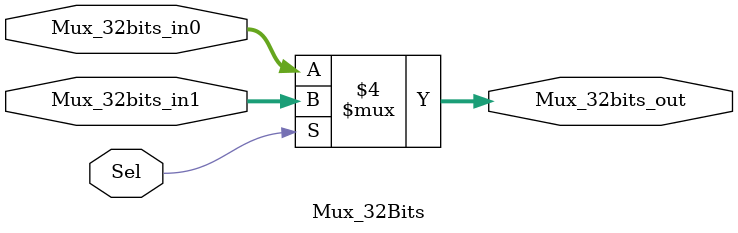
<source format=v>
`timescale 1ns / 1ps

module Mux_32Bits(Mux_32bits_out, Mux_32bits_in0, Mux_32bits_in1, Sel) ; 

	output [31:0]Mux_32bits_out ;
	reg [31:0]Mux_32bits_out ;
	input [31:0]Mux_32bits_in0, Mux_32bits_in1 ;
	input Sel;

	always @(*)begin
		if(Sel==1'b0)
			Mux_32bits_out=Mux_32bits_in0;
		else
			Mux_32bits_out=Mux_32bits_in1;
	end
endmodule

</source>
